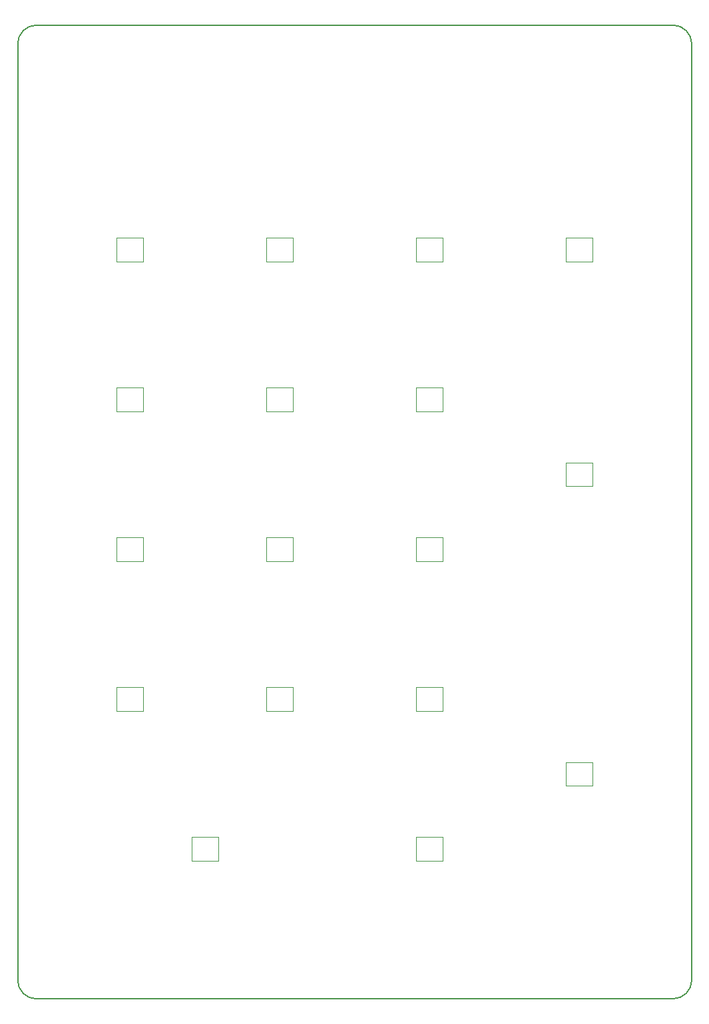
<source format=gbr>
%TF.GenerationSoftware,KiCad,Pcbnew,(6.0.1)*%
%TF.CreationDate,2022-02-23T18:42:09-08:00*%
%TF.ProjectId,Ramen Pad,52616d65-6e20-4506-9164-2e6b69636164,v1.0.0*%
%TF.SameCoordinates,Original*%
%TF.FileFunction,Profile,NP*%
%FSLAX46Y46*%
G04 Gerber Fmt 4.6, Leading zero omitted, Abs format (unit mm)*
G04 Created by KiCad (PCBNEW (6.0.1)) date 2022-02-23 18:42:09*
%MOMM*%
%LPD*%
G01*
G04 APERTURE LIST*
%TA.AperFunction,Profile*%
%ADD10C,0.200000*%
%TD*%
%TA.AperFunction,Profile*%
%ADD11C,0.120000*%
%TD*%
G04 APERTURE END LIST*
D10*
X150018750Y-145256250D02*
X230981250Y-145256250D01*
X230981250Y-21431250D02*
X150018750Y-21431250D01*
X233362500Y-23812500D02*
G75*
G03*
X230981250Y-21431250I-2381250J0D01*
G01*
X147637500Y-142875000D02*
G75*
G03*
X150018750Y-145256250I2381250J0D01*
G01*
X233362500Y-142875000D02*
X233362500Y-23812500D01*
X147637500Y-23812500D02*
X147637500Y-142875000D01*
X230981250Y-145256250D02*
G75*
G03*
X233362500Y-142875000I0J2381250D01*
G01*
X150018750Y-21431250D02*
G75*
G03*
X147637500Y-23812500I0J-2381250D01*
G01*
D11*
%TO.C,LED12*%
X201725000Y-86606200D02*
X198325000Y-86606200D01*
X201725000Y-89606200D02*
X201725000Y-86606200D01*
X198325000Y-89606200D02*
X201725000Y-89606200D01*
X198325000Y-86606200D02*
X198325000Y-89606200D01*
%TO.C,LED3*%
X163625000Y-86606200D02*
X160225000Y-86606200D01*
X163625000Y-89606200D02*
X163625000Y-86606200D01*
X160225000Y-86606200D02*
X160225000Y-89606200D01*
X160225000Y-89606200D02*
X163625000Y-89606200D01*
%TO.C,LED15*%
X217375000Y-48506200D02*
X217375000Y-51506200D01*
X220775000Y-48506200D02*
X217375000Y-48506200D01*
X217375000Y-51506200D02*
X220775000Y-51506200D01*
X220775000Y-51506200D02*
X220775000Y-48506200D01*
%TO.C,LED2*%
X163625000Y-67556200D02*
X160225000Y-67556200D01*
X160225000Y-70556200D02*
X163625000Y-70556200D01*
X160225000Y-67556200D02*
X160225000Y-70556200D01*
X163625000Y-70556200D02*
X163625000Y-67556200D01*
%TO.C,LED13*%
X198325000Y-108656200D02*
X201725000Y-108656200D01*
X201725000Y-105656200D02*
X198325000Y-105656200D01*
X198325000Y-105656200D02*
X198325000Y-108656200D01*
X201725000Y-108656200D02*
X201725000Y-105656200D01*
%TO.C,LED4*%
X163625000Y-108656200D02*
X163625000Y-105656200D01*
X160225000Y-105656200D02*
X160225000Y-108656200D01*
X160225000Y-108656200D02*
X163625000Y-108656200D01*
X163625000Y-105656200D02*
X160225000Y-105656200D01*
%TO.C,LED5*%
X173150000Y-127706200D02*
X173150000Y-124706200D01*
X169750000Y-127706200D02*
X173150000Y-127706200D01*
X173150000Y-124706200D02*
X169750000Y-124706200D01*
X169750000Y-124706200D02*
X169750000Y-127706200D01*
%TO.C,LED11*%
X201725000Y-67556200D02*
X198325000Y-67556200D01*
X198325000Y-70556200D02*
X201725000Y-70556200D01*
X201725000Y-70556200D02*
X201725000Y-67556200D01*
X198325000Y-67556200D02*
X198325000Y-70556200D01*
%TO.C,LED17*%
X217375000Y-118181200D02*
X220775000Y-118181200D01*
X217375000Y-115181200D02*
X217375000Y-118181200D01*
X220775000Y-115181200D02*
X217375000Y-115181200D01*
X220775000Y-118181200D02*
X220775000Y-115181200D01*
%TO.C,LED16*%
X220775000Y-80081200D02*
X220775000Y-77081200D01*
X217375000Y-80081200D02*
X220775000Y-80081200D01*
X217375000Y-77081200D02*
X217375000Y-80081200D01*
X220775000Y-77081200D02*
X217375000Y-77081200D01*
%TO.C,LED14*%
X201725000Y-124706200D02*
X198325000Y-124706200D01*
X201725000Y-127706200D02*
X201725000Y-124706200D01*
X198325000Y-127706200D02*
X201725000Y-127706200D01*
X198325000Y-124706200D02*
X198325000Y-127706200D01*
%TO.C,LED9*%
X179275000Y-108656200D02*
X182675000Y-108656200D01*
X182675000Y-108656200D02*
X182675000Y-105656200D01*
X182675000Y-105656200D02*
X179275000Y-105656200D01*
X179275000Y-105656200D02*
X179275000Y-108656200D01*
%TO.C,LED1*%
X163625000Y-51506200D02*
X163625000Y-48506200D01*
X160225000Y-48506200D02*
X160225000Y-51506200D01*
X160225000Y-51506200D02*
X163625000Y-51506200D01*
X163625000Y-48506200D02*
X160225000Y-48506200D01*
%TO.C,LED8*%
X179275000Y-89606200D02*
X182675000Y-89606200D01*
X182675000Y-86606200D02*
X179275000Y-86606200D01*
X182675000Y-89606200D02*
X182675000Y-86606200D01*
X179275000Y-86606200D02*
X179275000Y-89606200D01*
%TO.C,LED10*%
X198325000Y-51506200D02*
X201725000Y-51506200D01*
X201725000Y-51506200D02*
X201725000Y-48506200D01*
X198325000Y-48506200D02*
X198325000Y-51506200D01*
X201725000Y-48506200D02*
X198325000Y-48506200D01*
%TO.C,LED7*%
X179275000Y-70556200D02*
X182675000Y-70556200D01*
X179275000Y-67556200D02*
X179275000Y-70556200D01*
X182675000Y-70556200D02*
X182675000Y-67556200D01*
X182675000Y-67556200D02*
X179275000Y-67556200D01*
%TO.C,LED6*%
X182675000Y-48506200D02*
X179275000Y-48506200D01*
X179275000Y-51506200D02*
X182675000Y-51506200D01*
X182675000Y-51506200D02*
X182675000Y-48506200D01*
X179275000Y-48506200D02*
X179275000Y-51506200D01*
%TD*%
M02*

</source>
